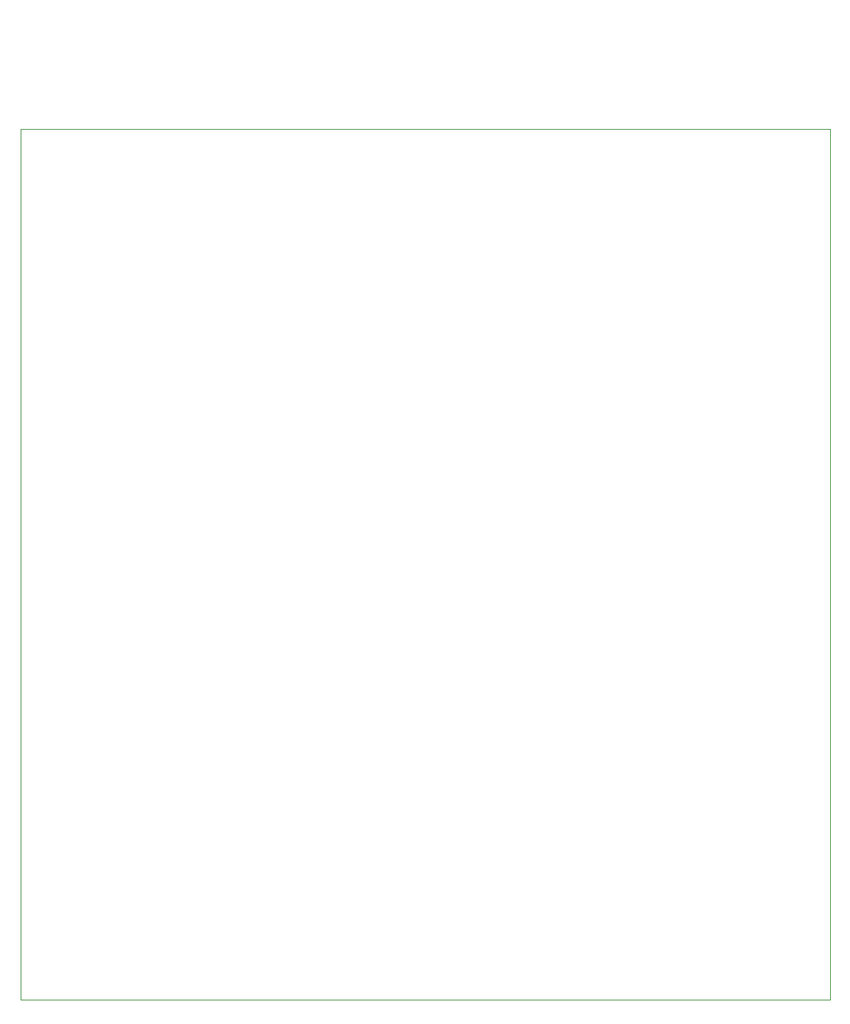
<source format=gm1>
%TF.GenerationSoftware,KiCad,Pcbnew,7.0.11-7.0.11~ubuntu22.04.1*%
%TF.CreationDate,2025-04-04T19:28:45+02:00*%
%TF.ProjectId,signal-conditioning-pcb,7369676e-616c-42d6-936f-6e646974696f,v01*%
%TF.SameCoordinates,Original*%
%TF.FileFunction,Profile,NP*%
%FSLAX46Y46*%
G04 Gerber Fmt 4.6, Leading zero omitted, Abs format (unit mm)*
G04 Created by KiCad (PCBNEW 7.0.11-7.0.11~ubuntu22.04.1) date 2025-04-04 19:28:45*
%MOMM*%
%LPD*%
G01*
G04 APERTURE LIST*
%TA.AperFunction,Profile*%
%ADD10C,0.025400*%
%TD*%
%TA.AperFunction,Profile*%
%ADD11C,0.050000*%
%TD*%
G04 APERTURE END LIST*
D10*
X186400000Y-132000000D02*
X186400000Y-32000000D01*
X93400000Y-32000000D02*
X93400000Y-132000000D01*
D11*
X184400001Y-20000000D02*
G75*
G03*
X184399999Y-20000000I-1J0D01*
G01*
X184399999Y-20000000D02*
G75*
G03*
X184400001Y-20000000I1J0D01*
G01*
D10*
X93400000Y-132000000D02*
X186400000Y-132000000D01*
X186400000Y-32000000D02*
X93400000Y-32000000D01*
M02*

</source>
